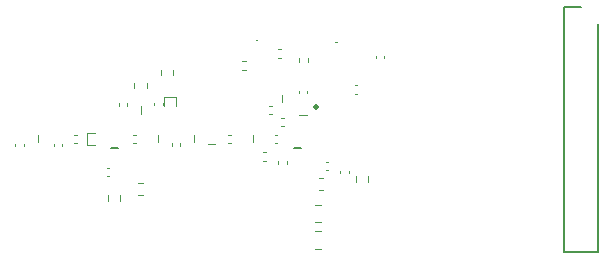
<source format=gbr>
%TF.GenerationSoftware,KiCad,Pcbnew,8.0.8*%
%TF.CreationDate,2025-03-29T16:24:55+01:00*%
%TF.ProjectId,rf,72662e6b-6963-4616-945f-706362585858,rev?*%
%TF.SameCoordinates,PX55d4a80PY8044ea0*%
%TF.FileFunction,Legend,Top*%
%TF.FilePolarity,Positive*%
%FSLAX46Y46*%
G04 Gerber Fmt 4.6, Leading zero omitted, Abs format (unit mm)*
G04 Created by KiCad (PCBNEW 8.0.8) date 2025-03-29 16:24:55*
%MOMM*%
%LPD*%
G01*
G04 APERTURE LIST*
%ADD10C,0.100000*%
%ADD11C,0.120000*%
%ADD12C,0.200000*%
%ADD13C,0.250000*%
G04 APERTURE END LIST*
D10*
%TO.C,L8*%
X54750000Y54000000D02*
X54750000Y54600000D01*
D11*
%TO.C,C34*%
X52642164Y54660000D02*
X52857836Y54660000D01*
X52642164Y53940000D02*
X52857836Y53940000D01*
%TO.C,C32*%
X50587836Y51860000D02*
X50372164Y51860000D01*
X50587836Y51140000D02*
X50372164Y51140000D01*
%TO.C,R29*%
X61846359Y60880000D02*
X62153641Y60880000D01*
X61846359Y60120000D02*
X62153641Y60120000D01*
%TO.C,R25*%
X50477500Y49062742D02*
X50477500Y49537258D01*
X51522500Y49062742D02*
X51522500Y49537258D01*
%TO.C,C26*%
X68665580Y51010000D02*
X68384420Y51010000D01*
X68665580Y49990000D02*
X68384420Y49990000D01*
D10*
%TO.C,L6*%
X59550000Y53850000D02*
X58950000Y53850000D01*
%TO.C,D7*%
X55250000Y57825000D02*
X55250000Y57075000D01*
X56250000Y57825000D02*
X55250000Y57825000D01*
X56250000Y57825000D02*
X56250000Y57075000D01*
D11*
%TO.C,C23*%
X70140000Y51627836D02*
X70140000Y51412164D01*
X70860000Y51627836D02*
X70860000Y51412164D01*
%TO.C,C27*%
X69127836Y52360000D02*
X68912164Y52360000D01*
X69127836Y51640000D02*
X68912164Y51640000D01*
D10*
%TO.C,L5*%
X62800000Y54000000D02*
X62800000Y54600000D01*
D12*
%TO.C,J1*%
X89060000Y65460000D02*
X89060000Y44759000D01*
X89060000Y44759000D02*
X91941000Y44759000D01*
X90500000Y65460000D02*
X89060000Y65460000D01*
X91941000Y44759000D02*
X91941000Y64000000D01*
D11*
%TO.C,R31*%
X66620000Y61153641D02*
X66620000Y60846359D01*
X67380000Y61153641D02*
X67380000Y60846359D01*
%TO.C,R24*%
X63596359Y53180000D02*
X63903641Y53180000D01*
X63596359Y52420000D02*
X63903641Y52420000D01*
%TO.C,C30*%
X60877836Y54660000D02*
X60662164Y54660000D01*
X60877836Y53940000D02*
X60662164Y53940000D01*
D10*
%TO.C,L7*%
X57750000Y54000000D02*
X57750000Y54600000D01*
%TO.C,TCXO1*%
X69750000Y62500000D02*
X69750000Y62500000D01*
X69850000Y62500000D02*
X69850000Y62500000D01*
X69750000Y62500000D02*
G75*
G02*
X69850000Y62500000I50000J0D01*
G01*
X69850000Y62500000D02*
G75*
G02*
X69750000Y62500000I-50000J0D01*
G01*
%TO.C,L4*%
X44550000Y54000000D02*
X44550000Y54600000D01*
D11*
%TO.C,R28*%
X52727500Y59062258D02*
X52727500Y58587742D01*
X53772500Y59062258D02*
X53772500Y58587742D01*
%TO.C,R26*%
X53487258Y50572500D02*
X53012742Y50572500D01*
X53487258Y49527500D02*
X53012742Y49527500D01*
%TO.C,R27*%
X54977500Y59687742D02*
X54977500Y60162258D01*
X56022500Y59687742D02*
X56022500Y60162258D01*
%TO.C,C20*%
X66640000Y58377836D02*
X66640000Y58162164D01*
X67360000Y58377836D02*
X67360000Y58162164D01*
D12*
%TO.C,FB2*%
X50700000Y53500000D02*
X51300000Y53500000D01*
D11*
%TO.C,C31*%
X55890000Y53712164D02*
X55890000Y53927836D01*
X56610000Y53712164D02*
X56610000Y53927836D01*
D10*
%TO.C,L9*%
X53250000Y57050000D02*
X53250000Y56450000D01*
D11*
%TO.C,C25*%
X68561252Y48735000D02*
X68038748Y48735000D01*
X68561252Y47265000D02*
X68038748Y47265000D01*
%TO.C,R30*%
X65153641Y61880000D02*
X64846359Y61880000D01*
X65153641Y61120000D02*
X64846359Y61120000D01*
%TO.C,C37*%
X64142164Y57110000D02*
X64357836Y57110000D01*
X64142164Y56390000D02*
X64357836Y56390000D01*
%TO.C,C22*%
X42640000Y53907836D02*
X42640000Y53692164D01*
X43360000Y53907836D02*
X43360000Y53692164D01*
%TO.C,C36*%
X54390000Y57142164D02*
X54390000Y57357836D01*
X55110000Y57142164D02*
X55110000Y57357836D01*
%TO.C,C35*%
X51390000Y57122164D02*
X51390000Y57337836D01*
X52110000Y57122164D02*
X52110000Y57337836D01*
%TO.C,R23*%
X71477500Y50687742D02*
X71477500Y51162258D01*
X72522500Y50687742D02*
X72522500Y51162258D01*
D10*
%TO.C,D6*%
X48675000Y54800000D02*
X48675000Y53800000D01*
X48675000Y54800000D02*
X49425000Y54800000D01*
X48675000Y53800000D02*
X49425000Y53800000D01*
D11*
%TO.C,C24*%
X68511252Y46485000D02*
X67988748Y46485000D01*
X68511252Y45015000D02*
X67988748Y45015000D01*
%TO.C,C33*%
X47642164Y54660000D02*
X47857836Y54660000D01*
X47642164Y53940000D02*
X47857836Y53940000D01*
D13*
%TO.C,IC8*%
X68225000Y57000000D02*
G75*
G02*
X67975000Y57000000I-125000J0D01*
G01*
X67975000Y57000000D02*
G75*
G02*
X68225000Y57000000I125000J0D01*
G01*
D11*
%TO.C,C19*%
X65357836Y56110000D02*
X65142164Y56110000D01*
X65357836Y55390000D02*
X65142164Y55390000D01*
D10*
%TO.C,L3*%
X65250000Y57450000D02*
X65250000Y58050000D01*
%TO.C,L2*%
X66700000Y56300000D02*
X67300000Y56300000D01*
D11*
%TO.C,C18*%
X71587836Y58860000D02*
X71372164Y58860000D01*
X71587836Y58140000D02*
X71372164Y58140000D01*
D12*
%TO.C,FB1*%
X66200000Y53550000D02*
X66800000Y53550000D01*
D11*
%TO.C,C17*%
X73140000Y61357836D02*
X73140000Y61142164D01*
X73860000Y61357836D02*
X73860000Y61142164D01*
%TO.C,C21*%
X45890000Y53887836D02*
X45890000Y53672164D01*
X46610000Y53887836D02*
X46610000Y53672164D01*
%TO.C,C29*%
X64837836Y54660000D02*
X64622164Y54660000D01*
X64837836Y53940000D02*
X64622164Y53940000D01*
%TO.C,C28*%
X64890000Y52192164D02*
X64890000Y52407836D01*
X65610000Y52192164D02*
X65610000Y52407836D01*
D10*
%TO.C,Q6*%
X63000000Y62662000D02*
X63000000Y62662000D01*
X63100000Y62662000D02*
X63100000Y62662000D01*
X63000000Y62662000D02*
G75*
G02*
X63100000Y62662000I50000J0D01*
G01*
X63100000Y62662000D02*
G75*
G02*
X63000000Y62662000I-50000J0D01*
G01*
%TD*%
M02*

</source>
